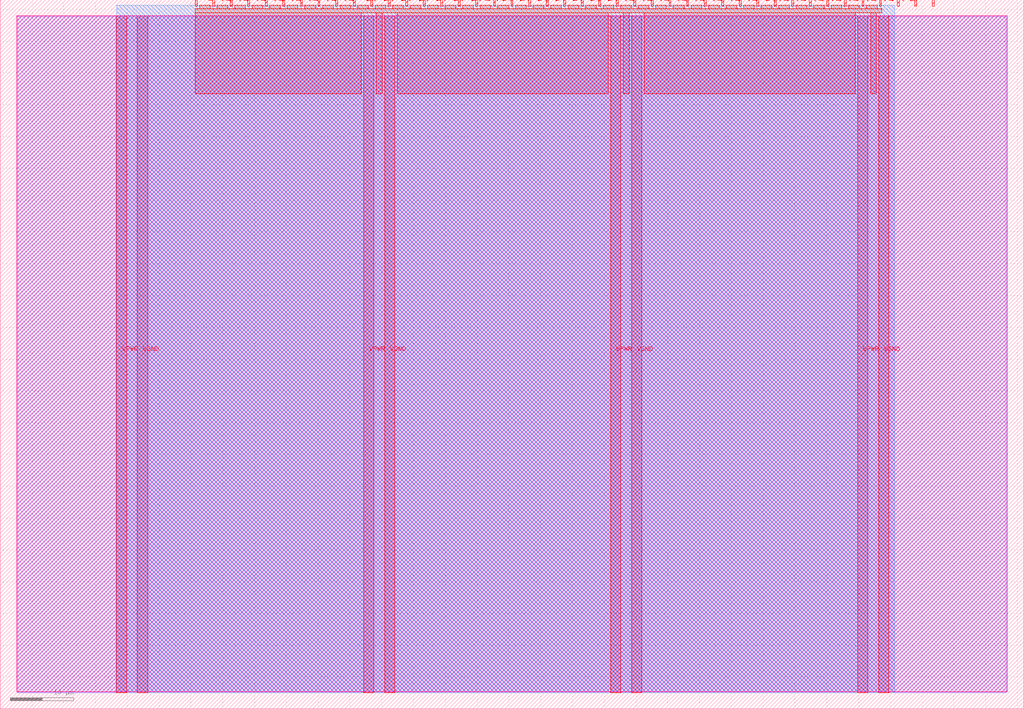
<source format=lef>
VERSION 5.7 ;
  NOWIREEXTENSIONATPIN ON ;
  DIVIDERCHAR "/" ;
  BUSBITCHARS "[]" ;
MACRO tt_um_multiplier
  CLASS BLOCK ;
  FOREIGN tt_um_multiplier ;
  ORIGIN 0.000 0.000 ;
  SIZE 161.000 BY 111.520 ;
  PIN VGND
    DIRECTION INOUT ;
    USE GROUND ;
    PORT
      LAYER met4 ;
        RECT 21.580 2.480 23.180 109.040 ;
    END
    PORT
      LAYER met4 ;
        RECT 60.450 2.480 62.050 109.040 ;
    END
    PORT
      LAYER met4 ;
        RECT 99.320 2.480 100.920 109.040 ;
    END
    PORT
      LAYER met4 ;
        RECT 138.190 2.480 139.790 109.040 ;
    END
  END VGND
  PIN VPWR
    DIRECTION INOUT ;
    USE POWER ;
    PORT
      LAYER met4 ;
        RECT 18.280 2.480 19.880 109.040 ;
    END
    PORT
      LAYER met4 ;
        RECT 57.150 2.480 58.750 109.040 ;
    END
    PORT
      LAYER met4 ;
        RECT 96.020 2.480 97.620 109.040 ;
    END
    PORT
      LAYER met4 ;
        RECT 134.890 2.480 136.490 109.040 ;
    END
  END VPWR
  PIN clk
    DIRECTION INPUT ;
    USE SIGNAL ;
    PORT
      LAYER met4 ;
        RECT 143.830 110.520 144.130 111.520 ;
    END
  END clk
  PIN ena
    DIRECTION INPUT ;
    USE SIGNAL ;
    PORT
      LAYER met4 ;
        RECT 146.590 110.520 146.890 111.520 ;
    END
  END ena
  PIN rst_n
    DIRECTION INPUT ;
    USE SIGNAL ;
    PORT
      LAYER met4 ;
        RECT 141.070 110.520 141.370 111.520 ;
    END
  END rst_n
  PIN ui_in[0]
    DIRECTION INPUT ;
    USE SIGNAL ;
    ANTENNAGATEAREA 0.196500 ;
    PORT
      LAYER met4 ;
        RECT 138.310 110.520 138.610 111.520 ;
    END
  END ui_in[0]
  PIN ui_in[1]
    DIRECTION INPUT ;
    USE SIGNAL ;
    ANTENNAGATEAREA 0.213000 ;
    PORT
      LAYER met4 ;
        RECT 135.550 110.520 135.850 111.520 ;
    END
  END ui_in[1]
  PIN ui_in[2]
    DIRECTION INPUT ;
    USE SIGNAL ;
    ANTENNAGATEAREA 0.213000 ;
    PORT
      LAYER met4 ;
        RECT 132.790 110.520 133.090 111.520 ;
    END
  END ui_in[2]
  PIN ui_in[3]
    DIRECTION INPUT ;
    USE SIGNAL ;
    ANTENNAGATEAREA 0.159000 ;
    PORT
      LAYER met4 ;
        RECT 130.030 110.520 130.330 111.520 ;
    END
  END ui_in[3]
  PIN ui_in[4]
    DIRECTION INPUT ;
    USE SIGNAL ;
    ANTENNAGATEAREA 0.213000 ;
    PORT
      LAYER met4 ;
        RECT 127.270 110.520 127.570 111.520 ;
    END
  END ui_in[4]
  PIN ui_in[5]
    DIRECTION INPUT ;
    USE SIGNAL ;
    ANTENNAGATEAREA 0.213000 ;
    PORT
      LAYER met4 ;
        RECT 124.510 110.520 124.810 111.520 ;
    END
  END ui_in[5]
  PIN ui_in[6]
    DIRECTION INPUT ;
    USE SIGNAL ;
    ANTENNAGATEAREA 0.213000 ;
    PORT
      LAYER met4 ;
        RECT 121.750 110.520 122.050 111.520 ;
    END
  END ui_in[6]
  PIN ui_in[7]
    DIRECTION INPUT ;
    USE SIGNAL ;
    ANTENNAGATEAREA 0.213000 ;
    PORT
      LAYER met4 ;
        RECT 118.990 110.520 119.290 111.520 ;
    END
  END ui_in[7]
  PIN uio_in[0]
    DIRECTION INPUT ;
    USE SIGNAL ;
    PORT
      LAYER met4 ;
        RECT 116.230 110.520 116.530 111.520 ;
    END
  END uio_in[0]
  PIN uio_in[1]
    DIRECTION INPUT ;
    USE SIGNAL ;
    PORT
      LAYER met4 ;
        RECT 113.470 110.520 113.770 111.520 ;
    END
  END uio_in[1]
  PIN uio_in[2]
    DIRECTION INPUT ;
    USE SIGNAL ;
    PORT
      LAYER met4 ;
        RECT 110.710 110.520 111.010 111.520 ;
    END
  END uio_in[2]
  PIN uio_in[3]
    DIRECTION INPUT ;
    USE SIGNAL ;
    PORT
      LAYER met4 ;
        RECT 107.950 110.520 108.250 111.520 ;
    END
  END uio_in[3]
  PIN uio_in[4]
    DIRECTION INPUT ;
    USE SIGNAL ;
    PORT
      LAYER met4 ;
        RECT 105.190 110.520 105.490 111.520 ;
    END
  END uio_in[4]
  PIN uio_in[5]
    DIRECTION INPUT ;
    USE SIGNAL ;
    PORT
      LAYER met4 ;
        RECT 102.430 110.520 102.730 111.520 ;
    END
  END uio_in[5]
  PIN uio_in[6]
    DIRECTION INPUT ;
    USE SIGNAL ;
    PORT
      LAYER met4 ;
        RECT 99.670 110.520 99.970 111.520 ;
    END
  END uio_in[6]
  PIN uio_in[7]
    DIRECTION INPUT ;
    USE SIGNAL ;
    PORT
      LAYER met4 ;
        RECT 96.910 110.520 97.210 111.520 ;
    END
  END uio_in[7]
  PIN uio_oe[0]
    DIRECTION OUTPUT ;
    USE SIGNAL ;
    PORT
      LAYER met4 ;
        RECT 49.990 110.520 50.290 111.520 ;
    END
  END uio_oe[0]
  PIN uio_oe[1]
    DIRECTION OUTPUT ;
    USE SIGNAL ;
    PORT
      LAYER met4 ;
        RECT 47.230 110.520 47.530 111.520 ;
    END
  END uio_oe[1]
  PIN uio_oe[2]
    DIRECTION OUTPUT ;
    USE SIGNAL ;
    PORT
      LAYER met4 ;
        RECT 44.470 110.520 44.770 111.520 ;
    END
  END uio_oe[2]
  PIN uio_oe[3]
    DIRECTION OUTPUT ;
    USE SIGNAL ;
    PORT
      LAYER met4 ;
        RECT 41.710 110.520 42.010 111.520 ;
    END
  END uio_oe[3]
  PIN uio_oe[4]
    DIRECTION OUTPUT ;
    USE SIGNAL ;
    PORT
      LAYER met4 ;
        RECT 38.950 110.520 39.250 111.520 ;
    END
  END uio_oe[4]
  PIN uio_oe[5]
    DIRECTION OUTPUT ;
    USE SIGNAL ;
    PORT
      LAYER met4 ;
        RECT 36.190 110.520 36.490 111.520 ;
    END
  END uio_oe[5]
  PIN uio_oe[6]
    DIRECTION OUTPUT ;
    USE SIGNAL ;
    PORT
      LAYER met4 ;
        RECT 33.430 110.520 33.730 111.520 ;
    END
  END uio_oe[6]
  PIN uio_oe[7]
    DIRECTION OUTPUT ;
    USE SIGNAL ;
    PORT
      LAYER met4 ;
        RECT 30.670 110.520 30.970 111.520 ;
    END
  END uio_oe[7]
  PIN uio_out[0]
    DIRECTION OUTPUT ;
    USE SIGNAL ;
    PORT
      LAYER met4 ;
        RECT 72.070 110.520 72.370 111.520 ;
    END
  END uio_out[0]
  PIN uio_out[1]
    DIRECTION OUTPUT ;
    USE SIGNAL ;
    PORT
      LAYER met4 ;
        RECT 69.310 110.520 69.610 111.520 ;
    END
  END uio_out[1]
  PIN uio_out[2]
    DIRECTION OUTPUT ;
    USE SIGNAL ;
    PORT
      LAYER met4 ;
        RECT 66.550 110.520 66.850 111.520 ;
    END
  END uio_out[2]
  PIN uio_out[3]
    DIRECTION OUTPUT ;
    USE SIGNAL ;
    PORT
      LAYER met4 ;
        RECT 63.790 110.520 64.090 111.520 ;
    END
  END uio_out[3]
  PIN uio_out[4]
    DIRECTION OUTPUT ;
    USE SIGNAL ;
    PORT
      LAYER met4 ;
        RECT 61.030 110.520 61.330 111.520 ;
    END
  END uio_out[4]
  PIN uio_out[5]
    DIRECTION OUTPUT ;
    USE SIGNAL ;
    PORT
      LAYER met4 ;
        RECT 58.270 110.520 58.570 111.520 ;
    END
  END uio_out[5]
  PIN uio_out[6]
    DIRECTION OUTPUT ;
    USE SIGNAL ;
    PORT
      LAYER met4 ;
        RECT 55.510 110.520 55.810 111.520 ;
    END
  END uio_out[6]
  PIN uio_out[7]
    DIRECTION OUTPUT ;
    USE SIGNAL ;
    PORT
      LAYER met4 ;
        RECT 52.750 110.520 53.050 111.520 ;
    END
  END uio_out[7]
  PIN uo_out[0]
    DIRECTION OUTPUT ;
    USE SIGNAL ;
    ANTENNADIFFAREA 0.445500 ;
    PORT
      LAYER met4 ;
        RECT 94.150 110.520 94.450 111.520 ;
    END
  END uo_out[0]
  PIN uo_out[1]
    DIRECTION OUTPUT ;
    USE SIGNAL ;
    ANTENNADIFFAREA 0.445500 ;
    PORT
      LAYER met4 ;
        RECT 91.390 110.520 91.690 111.520 ;
    END
  END uo_out[1]
  PIN uo_out[2]
    DIRECTION OUTPUT ;
    USE SIGNAL ;
    ANTENNADIFFAREA 0.445500 ;
    PORT
      LAYER met4 ;
        RECT 88.630 110.520 88.930 111.520 ;
    END
  END uo_out[2]
  PIN uo_out[3]
    DIRECTION OUTPUT ;
    USE SIGNAL ;
    ANTENNADIFFAREA 0.445500 ;
    PORT
      LAYER met4 ;
        RECT 85.870 110.520 86.170 111.520 ;
    END
  END uo_out[3]
  PIN uo_out[4]
    DIRECTION OUTPUT ;
    USE SIGNAL ;
    ANTENNADIFFAREA 0.445500 ;
    PORT
      LAYER met4 ;
        RECT 83.110 110.520 83.410 111.520 ;
    END
  END uo_out[4]
  PIN uo_out[5]
    DIRECTION OUTPUT ;
    USE SIGNAL ;
    ANTENNADIFFAREA 0.445500 ;
    PORT
      LAYER met4 ;
        RECT 80.350 110.520 80.650 111.520 ;
    END
  END uo_out[5]
  PIN uo_out[6]
    DIRECTION OUTPUT ;
    USE SIGNAL ;
    ANTENNADIFFAREA 0.445500 ;
    PORT
      LAYER met4 ;
        RECT 77.590 110.520 77.890 111.520 ;
    END
  END uo_out[6]
  PIN uo_out[7]
    DIRECTION OUTPUT ;
    USE SIGNAL ;
    ANTENNADIFFAREA 0.445500 ;
    PORT
      LAYER met4 ;
        RECT 74.830 110.520 75.130 111.520 ;
    END
  END uo_out[7]
  OBS
      LAYER nwell ;
        RECT 2.570 2.635 158.430 108.990 ;
      LAYER li1 ;
        RECT 2.760 2.635 158.240 108.885 ;
      LAYER met1 ;
        RECT 2.760 2.480 158.240 109.040 ;
      LAYER met2 ;
        RECT 18.310 2.535 140.670 110.685 ;
      LAYER met3 ;
        RECT 18.290 2.555 140.695 110.665 ;
      LAYER met4 ;
        RECT 31.370 110.120 33.030 110.665 ;
        RECT 34.130 110.120 35.790 110.665 ;
        RECT 36.890 110.120 38.550 110.665 ;
        RECT 39.650 110.120 41.310 110.665 ;
        RECT 42.410 110.120 44.070 110.665 ;
        RECT 45.170 110.120 46.830 110.665 ;
        RECT 47.930 110.120 49.590 110.665 ;
        RECT 50.690 110.120 52.350 110.665 ;
        RECT 53.450 110.120 55.110 110.665 ;
        RECT 56.210 110.120 57.870 110.665 ;
        RECT 58.970 110.120 60.630 110.665 ;
        RECT 61.730 110.120 63.390 110.665 ;
        RECT 64.490 110.120 66.150 110.665 ;
        RECT 67.250 110.120 68.910 110.665 ;
        RECT 70.010 110.120 71.670 110.665 ;
        RECT 72.770 110.120 74.430 110.665 ;
        RECT 75.530 110.120 77.190 110.665 ;
        RECT 78.290 110.120 79.950 110.665 ;
        RECT 81.050 110.120 82.710 110.665 ;
        RECT 83.810 110.120 85.470 110.665 ;
        RECT 86.570 110.120 88.230 110.665 ;
        RECT 89.330 110.120 90.990 110.665 ;
        RECT 92.090 110.120 93.750 110.665 ;
        RECT 94.850 110.120 96.510 110.665 ;
        RECT 97.610 110.120 99.270 110.665 ;
        RECT 100.370 110.120 102.030 110.665 ;
        RECT 103.130 110.120 104.790 110.665 ;
        RECT 105.890 110.120 107.550 110.665 ;
        RECT 108.650 110.120 110.310 110.665 ;
        RECT 111.410 110.120 113.070 110.665 ;
        RECT 114.170 110.120 115.830 110.665 ;
        RECT 116.930 110.120 118.590 110.665 ;
        RECT 119.690 110.120 121.350 110.665 ;
        RECT 122.450 110.120 124.110 110.665 ;
        RECT 125.210 110.120 126.870 110.665 ;
        RECT 127.970 110.120 129.630 110.665 ;
        RECT 130.730 110.120 132.390 110.665 ;
        RECT 133.490 110.120 135.150 110.665 ;
        RECT 136.250 110.120 137.910 110.665 ;
        RECT 30.655 109.440 138.625 110.120 ;
        RECT 30.655 96.735 56.750 109.440 ;
        RECT 59.150 96.735 60.050 109.440 ;
        RECT 62.450 96.735 95.620 109.440 ;
        RECT 98.020 96.735 98.920 109.440 ;
        RECT 101.320 96.735 134.490 109.440 ;
        RECT 136.890 96.735 137.790 109.440 ;
  END
END tt_um_multiplier
END LIBRARY


</source>
